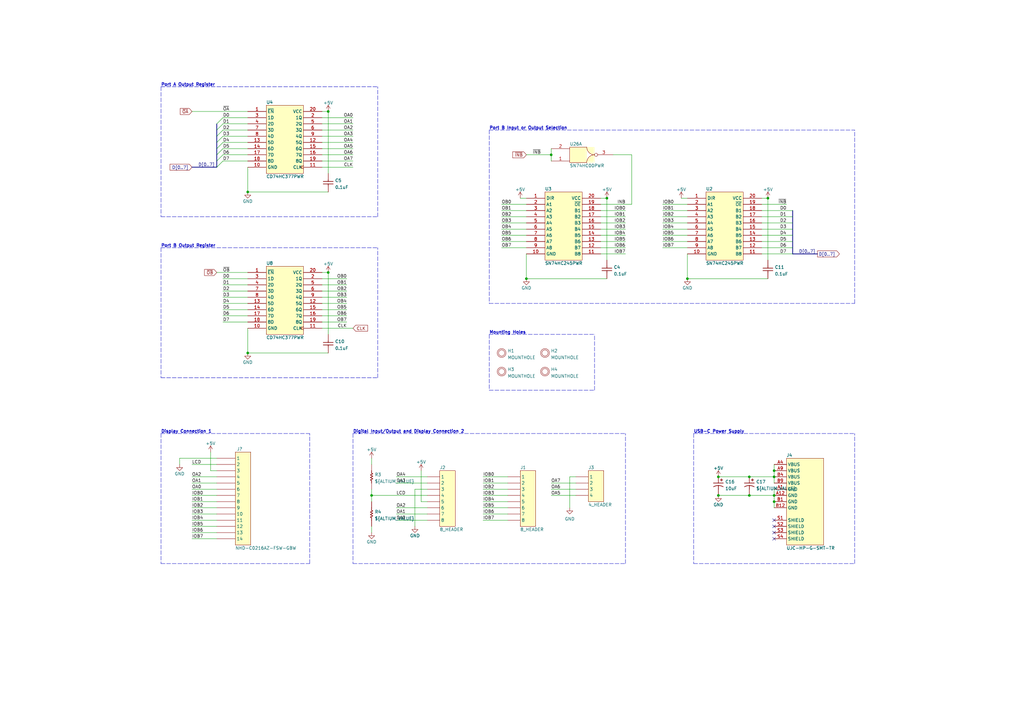
<source format=kicad_sch>
(kicad_sch (version 20211123) (generator eeschema)
  (paper "A3")
  (title_block (title "Input and Output") (date "2022-01-19") (rev "V1.1") (company "Riley Stuermer"))
  (lib_symbols
    (symbol "8BitCPU_Symbols:+5V" (power) (pin_names (offset 0))
      (property "Value" "+5V" (at 0 3.556 0))
      (symbol "+5V_0_1"
        (polyline (pts (xy -0.762 1.27) (xy 0 2.54)))
        (polyline (pts (xy 0 0) (xy 0 2.54)))
        (polyline (pts (xy 0 2.54) (xy 0.762 1.27)))
      )
      (symbol "+5V_1_1"
        (pin power_in line (at 0 0 90) (length 0) hide (name "+5V") (number "1"))
      )
    )
    (symbol "8BitCPU_Symbols:CAP"
      (property "Reference" "C" (at 1.27 3.175 0))
      (property "Value" "CAP" (at 1.27 -3.175 0))
      (symbol "CAP_1_0"
        (polyline (pts (xy 0 0) (xy 0.762 0)) (stroke (width 0.254)))
        (polyline (pts (xy 0.762 -2.032) (xy 0.762 2.032)) (stroke (width 0.254)))
        (polyline (pts (xy 1.778 2.032) (xy 1.778 -2.032)) (stroke (width 0.254)))
        (polyline (pts (xy 2.54 0) (xy 1.778 0)) (stroke (width 0.254)))
        (pin passive line (at 5.08 0 180) (length 2.54) (name "1") (number "1"))
        (pin passive line (at -2.54 0 0) (length 2.54) (name "2") (number "2"))
      )
    )
    (symbol "8BitCPU_Symbols:CAP_POL"
      (property "Reference" "C" (at 0.635 3.81 0))
      (property "Value" "CAP_POL" (at 0.635 -3.81 0))
      (symbol "CAP_POL_1_0"
        (polyline (pts (xy -1.27 0.762) (xy -1.27 1.778)) (stroke (width 0.254)))
        (polyline (pts (xy -0.762 1.27) (xy -1.778 1.27)) (stroke (width 0.254)))
        (polyline (pts (xy 0 -2.032) (xy 0 2.032)) (stroke (width 0.254)))
        (polyline (pts (xy 1.016 0) (xy 2.54 0)) (stroke (width 0.254)))
        (arc (start 1.016 0) (mid 1.1454 -1.0176) (end 1.5255 -1.9703) (stroke (width 0.254)))
        (arc (start 1.5255 1.9703) (mid 1.1454 1.0176) (end 1.016 0) (stroke (width 0.254)))
        (pin passive line (at -2.54 0 0) (length 2.54) (name "1") (number "1"))
        (pin passive line (at 5.08 0 180) (length 2.54) (name "2") (number "2"))
      )
    )
    (symbol "8BitCPU_Symbols:CD74HC377PWR"
      (property "Reference" "U" (at 0 3.81 0))
      (property "Value" "CD74HC377PWR" (at 0 -26.67 0))
      (symbol "CD74HC377PWR_1_0"
        (rectangle (start 15.24 2.54) (end 0 -25.4) (fill (type background)))
        (pin input line (at -7.62 0 0) (length 7.62) (name "~{EN}") (number "1"))
        (pin power_in line (at -7.62 -22.86 0) (length 7.62) (name "GND") (number "10"))
        (pin input clock (at 22.86 -22.86 180) (length 7.62) (name "CLK") (number "11"))
        (pin output line (at 22.86 -12.7 180) (length 7.62) (name "5Q") (number "12"))
        (pin input line (at -7.62 -12.7 0) (length 7.62) (name "5D") (number "13"))
        (pin input line (at -7.62 -15.24 0) (length 7.62) (name "6D") (number "14"))
        (pin output line (at 22.86 -15.24 180) (length 7.62) (name "6Q") (number "15"))
        (pin output line (at 22.86 -17.78 180) (length 7.62) (name "7Q") (number "16"))
        (pin input line (at -7.62 -17.78 0) (length 7.62) (name "7D") (number "17"))
        (pin input line (at -7.62 -20.32 0) (length 7.62) (name "8D") (number "18"))
        (pin output line (at 22.86 -20.32 180) (length 7.62) (name "8Q") (number "19"))
        (pin output line (at 22.86 -2.54 180) (length 7.62) (name "1Q") (number "2"))
        (pin power_in line (at 22.86 0 180) (length 7.62) (name "VCC") (number "20"))
        (pin input line (at -7.62 -2.54 0) (length 7.62) (name "1D") (number "3"))
        (pin input line (at -7.62 -5.08 0) (length 7.62) (name "2D") (number "4"))
        (pin output line (at 22.86 -5.08 180) (length 7.62) (name "2Q") (number "5"))
        (pin output line (at 22.86 -7.62 180) (length 7.62) (name "3Q") (number "6"))
        (pin input line (at -7.62 -7.62 0) (length 7.62) (name "3D") (number "7"))
        (pin input line (at -7.62 -10.16 0) (length 7.62) (name "4D") (number "8"))
        (pin output line (at 22.86 -10.16 180) (length 7.62) (name "4Q") (number "9"))
      )
    )
    (symbol "8BitCPU_Symbols:GND" (power) (pin_names (offset 0))
      (property "Value" "GND" (at 0 -3.81 0))
      (symbol "GND_0_1"
        (polyline (pts (xy 0 0) (xy 0 -1.27) (xy 1.27 -1.27) (xy 0 -2.54) (xy -1.27 -1.27) (xy 0 -1.27)))
      )
      (symbol "GND_1_1"
        (pin power_in line (at 0 0 270) (length 0) hide (name "GND") (number "1"))
      )
    )
    (symbol "8BitCPU_Symbols:HEADER_4"
      (property "Reference" "J" (at 0 3.81 0))
      (property "Value" "HEADER_4" (at 0 -11.43 0))
      (symbol "HEADER_4_1_0"
        (rectangle (start 6.35 2.54) (end 0 -10.16) (fill (type background)))
        (pin passive line (at -5.08 0 0) (length 5.08) (name "1") (number "1"))
        (pin passive line (at -5.08 -2.54 0) (length 5.08) (name "2") (number "2"))
        (pin passive line (at -5.08 -5.08 0) (length 5.08) (name "3") (number "3"))
        (pin passive line (at -5.08 -7.62 0) (length 5.08) (name "4") (number "4"))
      )
    )
    (symbol "8BitCPU_Symbols:HEADER_8"
      (property "Reference" "J" (at 0 3.81 0))
      (property "Value" "HEADER_8" (at 0 -21.59 0))
      (symbol "HEADER_8_1_0"
        (rectangle (start 6.35 2.54) (end 0 -20.32) (fill (type background)))
        (pin passive line (at -5.08 0 0) (length 5.08) (name "1") (number "1"))
        (pin passive line (at -5.08 -2.54 0) (length 5.08) (name "2") (number "2"))
        (pin passive line (at -5.08 -5.08 0) (length 5.08) (name "3") (number "3"))
        (pin passive line (at -5.08 -7.62 0) (length 5.08) (name "4") (number "4"))
        (pin passive line (at -5.08 -10.16 0) (length 5.08) (name "5") (number "5"))
        (pin passive line (at -5.08 -12.7 0) (length 5.08) (name "6") (number "6"))
        (pin passive line (at -5.08 -15.24 0) (length 5.08) (name "7") (number "7"))
        (pin passive line (at -5.08 -17.78 0) (length 5.08) (name "8") (number "8"))
      )
    )
    (symbol "8BitCPU_Symbols:MOUNTHOLE" (pin_numbers hide) (pin_names (offset 0) hide) (in_bom no)
      (property "Reference" "H" (at 0 3.175 0))
      (property "Value" "MOUNTHOLE" (at 0 -3.175 0))
      (symbol "MOUNTHOLE_0_1"
        (circle (center 0 0) (radius 1.27))
        (circle (center 0 0) (radius 1.7961))
      )
      (symbol "MOUNTHOLE_1_1"
        (pin no_connect line (at -2.54 0 0) (length 2.54) hide (name "1") (number "1"))
      )
    )
    (symbol "8BitCPU_Symbols:NHD-C0216AZ-FSW-GBW" (pin_numbers hide)
      (property "Reference" "J" (at 0.635 3.81 0))
      (property "Value" "NHD-C0216AZ-FSW-GBW" (at 0 -36.83 0))
      (symbol "NHD-C0216AZ-FSW-GBW_1_0"
        (rectangle (start 0 2.54) (end 6.35 -35.56) (fill (type background)))
        (pin passive line (at -7.62 0 0) (length 7.62) (name "1") (number "1"))
        (pin bidirectional line (at -7.62 -22.86 0) (length 7.62) (name "10") (number "10"))
        (pin bidirectional line (at -7.62 -25.4 0) (length 7.62) (name "11") (number "11"))
        (pin bidirectional line (at -7.62 -27.94 0) (length 7.62) (name "12") (number "12"))
        (pin bidirectional line (at -7.62 -30.48 0) (length 7.62) (name "13") (number "13"))
        (pin bidirectional line (at -7.62 -33.02 0) (length 7.62) (name "14") (number "14"))
        (pin passive line (at -7.62 -2.54 0) (length 7.62) (name "2") (number "2"))
        (pin passive line (at -7.62 -5.08 0) (length 7.62) (name "3") (number "3"))
        (pin input line (at -7.62 -7.62 0) (length 7.62) (name "4") (number "4"))
        (pin input line (at -7.62 -10.16 0) (length 7.62) (name "5") (number "5"))
        (pin input line (at -7.62 -12.7 0) (length 7.62) (name "6") (number "6"))
        (pin bidirectional line (at -7.62 -15.24 0) (length 7.62) (name "7") (number "7"))
        (pin bidirectional line (at -7.62 -17.78 0) (length 7.62) (name "8") (number "8"))
        (pin bidirectional line (at -7.62 -20.32 0) (length 7.62) (name "9") (number "9"))
      )
    )
    (symbol "8BitCPU_Symbols:RES"
      (property "Reference" "R" (at 2.54 1.905 0))
      (property "Value" "RES" (at 2.54 -1.905 0))
      (symbol "RES_1_0"
        (polyline (pts (xy 5.08 0) (xy 4.064 0) (xy 3.81 -0.508) (xy 3.302 0.508) (xy 2.794 -0.508) (xy 2.286 0.508) (xy 1.778 -0.508) (xy 1.27 0.508) (xy 1.016 0) (xy 0 0)) (stroke (width 0.254)))
        (pin passive line (at -2.54 0 0) (length 2.54) (name "1") (number "1"))
        (pin passive line (at 7.62 0 180) (length 2.54) (name "2") (number "2"))
      )
    )
    (symbol "8BitCPU_Symbols:SN74HC00PWR"
      (property "Reference" "U" (at 0 1.905 0))
      (property "Value" "SN74HC00PWR" (at 0 -6.985 0))
      (symbol "SN74HC00PWR_1_0"
        (pin input line (at -7.62 -5.08 0) (length 7.62) (name "1A") (number "1"))
        (pin input line (at -7.62 0 0) (length 7.62) (name "1B") (number "2"))
        (pin output inverted (at 17.78 -2.54 180) (length 7.62) (name "1Y") (number "3"))
      )
      (symbol "SN74HC00PWR_1_1"
        (polyline (pts (xy 6.985 -5.715) (xy 0 -5.715) (xy 0 0.635) (xy 6.985 0.635)) (fill (type background)))
        (arc (start 6.985 0.635) (mid 4.7399 -4.7851) (end 10.16 -2.54) (fill (type background)))
        (arc (start 10.16 -2.54) (mid 4.7399 -0.2949) (end 6.985 -5.715) (fill (type background)))
      )
      (symbol "SN74HC00PWR_2_0"
        (pin input line (at -7.62 -5.08 0) (length 7.62) (name "2A") (number "4"))
        (pin input line (at -7.62 0 0) (length 7.62) (name "2B") (number "5"))
        (pin output inverted (at 17.78 -2.54 180) (length 7.62) (name "2Y") (number "6"))
      )
      (symbol "SN74HC00PWR_2_1"
        (polyline (pts (xy 6.985 -5.715) (xy 0 -5.715) (xy 0 0.635) (xy 6.985 0.635)) (fill (type background)))
        (arc (start 6.985 0.635) (mid 4.7399 -4.7851) (end 10.16 -2.54) (fill (type background)))
        (arc (start 10.16 -2.54) (mid 4.7399 -0.2949) (end 6.985 -5.715) (fill (type background)))
      )
      (symbol "SN74HC00PWR_3_0"
        (pin input line (at -7.62 0 0) (length 7.62) (name "3B") (number "10"))
        (pin output inverted (at 17.78 -2.54 180) (length 7.62) (name "3Y") (number "8"))
        (pin input line (at -7.62 -5.08 0) (length 7.62) (name "3A") (number "9"))
      )
      (symbol "SN74HC00PWR_3_1"
        (polyline (pts (xy 6.985 -5.715) (xy 0 -5.715) (xy 0 0.635) (xy 6.985 0.635)) (fill (type background)))
        (arc (start 6.985 0.635) (mid 4.7399 -4.7851) (end 10.16 -2.54) (fill (type background)))
        (arc (start 10.16 -2.54) (mid 4.7399 -0.2949) (end 6.985 -5.715) (fill (type background)))
      )
      (symbol "SN74HC00PWR_4_0"
        (pin output inverted (at 17.78 -2.54 180) (length 7.62) (name "4Y") (number "11"))
        (pin input line (at -7.62 -5.08 0) (length 7.62) (name "4A") (number "12"))
        (pin input line (at -7.62 0 0) (length 7.62) (name "4B") (number "13"))
      )
      (symbol "SN74HC00PWR_4_1"
        (polyline (pts (xy 6.985 -5.715) (xy 0 -5.715) (xy 0 0.635) (xy 6.985 0.635)) (fill (type background)))
        (arc (start 6.985 0.635) (mid 4.7399 -4.7851) (end 10.16 -2.54) (fill (type background)))
        (arc (start 10.16 -2.54) (mid 4.7399 -0.2949) (end 6.985 -5.715) (fill (type background)))
      )
      (symbol "SN74HC00PWR_5_0"
        (rectangle (start 0 0.635) (end 12.7 -5.715) (fill (type background)))
        (pin power_in line (at -7.62 -2.54 0) (length 7.62) (name "VCC") (number "14"))
        (pin power_in line (at 20.32 -2.54 180) (length 7.62) (name "GND") (number "7"))
      )
    )
    (symbol "8BitCPU_Symbols:SN74HC245PWR"
      (property "Reference" "U" (at 0 3.81 0))
      (property "Value" "SN74HC245PWR" (at 0 -26.67 0))
      (symbol "SN74HC245PWR_1_0"
        (rectangle (start 15.24 2.54) (end 0 -25.4) (fill (type background)))
        (pin input line (at -7.62 0 0) (length 7.62) (name "DIR") (number "1"))
        (pin power_in line (at -7.62 -22.86 0) (length 7.62) (name "GND") (number "10"))
        (pin bidirectional line (at 22.86 -22.86 180) (length 7.62) (name "B8") (number "11"))
        (pin bidirectional line (at 22.86 -20.32 180) (length 7.62) (name "B7") (number "12"))
        (pin bidirectional line (at 22.86 -17.78 180) (length 7.62) (name "B6") (number "13"))
        (pin bidirectional line (at 22.86 -15.24 180) (length 7.62) (name "B5") (number "14"))
        (pin bidirectional line (at 22.86 -12.7 180) (length 7.62) (name "B4") (number "15"))
        (pin bidirectional line (at 22.86 -10.16 180) (length 7.62) (name "B3") (number "16"))
        (pin bidirectional line (at 22.86 -7.62 180) (length 7.62) (name "B2") (number "17"))
        (pin bidirectional line (at 22.86 -5.08 180) (length 7.62) (name "B1") (number "18"))
        (pin input line (at 22.86 -2.54 180) (length 7.62) (name "~{OE}") (number "19"))
        (pin bidirectional line (at -7.62 -2.54 0) (length 7.62) (name "A1") (number "2"))
        (pin power_in line (at 22.86 0 180) (length 7.62) (name "VCC") (number "20"))
        (pin bidirectional line (at -7.62 -5.08 0) (length 7.62) (name "A2") (number "3"))
        (pin bidirectional line (at -7.62 -7.62 0) (length 7.62) (name "A3") (number "4"))
        (pin bidirectional line (at -7.62 -10.16 0) (length 7.62) (name "A4") (number "5"))
        (pin bidirectional line (at -7.62 -12.7 0) (length 7.62) (name "A5") (number "6"))
        (pin bidirectional line (at -7.62 -15.24 0) (length 7.62) (name "A6") (number "7"))
        (pin bidirectional line (at -7.62 -17.78 0) (length 7.62) (name "A7") (number "8"))
        (pin bidirectional line (at -7.62 -20.32 0) (length 7.62) (name "A8") (number "9"))
      )
    )
    (symbol "8BitCPU_Symbols:UJC-HP-G-SMT-TR"
      (property "Reference" "J" (at 0 3.81 0))
      (property "Value" "UJC-HP-G-SMT-TR" (at 0 -34.29 0))
      (symbol "UJC-HP-G-SMT-TR_1_0"
        (rectangle (start 15.24 2.54) (end 0 -33.02) (fill (type background)))
        (pin power_out line (at -5.08 -10.16 0) (length 5.08) (name "GND") (number "A1"))
        (pin power_out line (at -5.08 -12.7 0) (length 5.08) (name "GND") (number "A12"))
        (pin power_out line (at -5.08 0 0) (length 5.08) (name "VBUS") (number "A4"))
        (pin power_out line (at -5.08 -2.54 0) (length 5.08) (name "VBUS") (number "A9"))
        (pin power_out line (at -5.08 -15.24 0) (length 5.08) (name "GND") (number "B1"))
        (pin power_out line (at -5.08 -17.78 0) (length 5.08) (name "GND") (number "B12"))
        (pin power_out line (at -5.08 -5.08 0) (length 5.08) (name "VBUS") (number "B4"))
        (pin power_out line (at -5.08 -7.62 0) (length 5.08) (name "VBUS") (number "B9"))
        (pin passive line (at -5.08 -22.86 0) (length 5.08) (name "SHIELD") (number "S1"))
        (pin passive line (at -5.08 -25.4 0) (length 5.08) (name "SHIELD") (number "S2"))
        (pin passive line (at -5.08 -27.94 0) (length 5.08) (name "SHIELD") (number "S3"))
        (pin passive line (at -5.08 -30.48 0) (length 5.08) (name "SHIELD") (number "S4"))
      )
    )
  )
  (junction (at 294.64 195.58))
  (junction (at 307.34 203.2))
  (junction (at 317.5 205.74))
  (junction (at 307.34 195.58))
  (junction (at 317.5 193.04))
  (junction (at 317.5 203.2))
  (junction (at 134.62 111.76))
  (junction (at 226.06 63.5))
  (junction (at 101.6 78.74))
  (junction (at 314.96 81.28))
  (junction (at 215.9 114.3))
  (junction (at 281.94 114.3))
  (junction (at 317.5 195.58))
  (junction (at 134.62 45.72))
  (junction (at 294.64 203.2))
  (junction (at 152.4 203.2))
  (junction (at 101.6 144.78))
  (junction (at 248.92 81.28))
  (no_connect (at 317.5 218.44))
  (no_connect (at 317.5 213.36))
  (no_connect (at 317.5 220.98))
  (no_connect (at 317.5 215.9))
  (bus_entry (at 88.9 55.88) (size 2.54 -2.54))
  (bus_entry (at 88.9 66.04) (size 2.54 -2.54))
  (bus_entry (at 88.9 63.5) (size 2.54 -2.54))
  (bus_entry (at 88.9 68.58) (size 2.54 -2.54))
  (bus_entry (at 88.9 60.96) (size 2.54 -2.54))
  (bus_entry (at 88.9 58.42) (size 2.54 -2.54))
  (bus_entry (at 88.9 53.34) (size 2.54 -2.54))
  (bus_entry (at 88.9 50.8) (size 2.54 -2.54))
  (wire (pts (xy 205.74 86.36) (xy 215.9 86.36)))
  (wire (pts (xy 88.9 190.5) (xy 78.74 190.5)))
  (wire (pts (xy 101.6 48.26) (xy 91.44 48.26)))
  (polyline (pts (xy 66.04 177.8) (xy 66.04 231.14)))
  (polyline (pts (xy 66.04 231.14) (xy 127 231.14)))
  (wire (pts (xy 312.42 96.52) (xy 325.12 96.52)))
  (wire (pts (xy 78.74 203.2) (xy 88.9 203.2)))
  (wire (pts (xy 307.34 203.2) (xy 317.5 203.2)))
  (wire (pts (xy 78.74 210.82) (xy 88.9 210.82)))
  (wire (pts (xy 226.06 198.12) (xy 236.22 198.12)))
  (wire (pts (xy 236.22 200.66) (xy 226.06 200.66)))
  (wire (pts (xy 271.78 91.44) (xy 281.94 91.44)))
  (polyline (pts (xy 66.04 35.56) (xy 154.94 35.56)))
  (wire (pts (xy 248.92 81.28) (xy 246.38 81.28)))
  (wire (pts (xy 78.74 205.74) (xy 88.9 205.74)))
  (polyline (pts (xy 127 231.14) (xy 127 177.8)))
  (wire (pts (xy 325.12 104.14) (xy 312.42 104.14)))
  (wire (pts (xy 271.78 86.36) (xy 281.94 86.36)))
  (wire (pts (xy 132.08 63.5) (xy 144.78 63.5)))
  (wire (pts (xy 251.46 63.5) (xy 259.08 63.5)))
  (wire (pts (xy 312.42 88.9) (xy 325.12 88.9)))
  (wire (pts (xy 162.56 213.36) (xy 175.26 213.36)))
  (wire (pts (xy 101.6 78.74) (xy 134.62 78.74)))
  (wire (pts (xy 314.96 81.28) (xy 312.42 81.28)))
  (wire (pts (xy 132.08 68.58) (xy 144.78 68.58)))
  (wire (pts (xy 170.18 200.66) (xy 170.18 215.9)))
  (wire (pts (xy 172.72 205.74) (xy 175.26 205.74)))
  (wire (pts (xy 205.74 96.52) (xy 215.9 96.52)))
  (polyline (pts (xy 66.04 154.94) (xy 154.94 154.94)))
  (wire (pts (xy 226.06 63.5) (xy 215.9 63.5)))
  (wire (pts (xy 198.12 208.28) (xy 208.28 208.28)))
  (wire (pts (xy 233.68 208.28) (xy 233.68 195.58)))
  (wire (pts (xy 317.5 198.12) (xy 317.5 195.58)))
  (bus (pts (xy 88.9 53.34) (xy 88.9 55.88)))
  (wire (pts (xy 132.08 58.42) (xy 144.78 58.42)))
  (wire (pts (xy 226.06 63.5) (xy 226.06 66.04)))
  (wire (pts (xy 314.96 114.3) (xy 281.94 114.3)))
  (wire (pts (xy 246.38 91.44) (xy 256.54 91.44)))
  (polyline (pts (xy 66.04 88.9) (xy 154.94 88.9)))
  (wire (pts (xy 91.44 63.5) (xy 101.6 63.5)))
  (wire (pts (xy 271.78 93.98) (xy 281.94 93.98)))
  (wire (pts (xy 78.74 200.66) (xy 88.9 200.66)))
  (wire (pts (xy 259.08 83.82) (xy 246.38 83.82)))
  (wire (pts (xy 259.08 63.5) (xy 259.08 83.82)))
  (polyline (pts (xy 350.52 231.14) (xy 350.52 177.8)))
  (wire (pts (xy 162.56 210.82) (xy 175.26 210.82)))
  (wire (pts (xy 152.4 203.2) (xy 152.4 200.66)))
  (wire (pts (xy 205.74 93.98) (xy 215.9 93.98)))
  (wire (pts (xy 132.08 50.8) (xy 144.78 50.8)))
  (wire (pts (xy 132.08 121.92) (xy 142.24 121.92)))
  (polyline (pts (xy 200.66 137.16) (xy 200.66 160.02)))
  (wire (pts (xy 73.66 187.96) (xy 88.9 187.96)))
  (wire (pts (xy 152.4 187.96) (xy 152.4 190.5)))
  (wire (pts (xy 132.08 53.34) (xy 144.78 53.34)))
  (bus (pts (xy 88.9 60.96) (xy 88.9 63.5)))
  (polyline (pts (xy 144.78 177.8) (xy 256.54 177.8)))
  (wire (pts (xy 91.44 55.88) (xy 101.6 55.88)))
  (polyline (pts (xy 144.78 177.8) (xy 144.78 231.14)))
  (polyline (pts (xy 66.04 101.6) (xy 66.04 154.94)))
  (wire (pts (xy 78.74 208.28) (xy 88.9 208.28)))
  (wire (pts (xy 78.74 218.44) (xy 88.9 218.44)))
  (wire (pts (xy 246.38 86.36) (xy 256.54 86.36)))
  (wire (pts (xy 134.62 111.76) (xy 132.08 111.76)))
  (wire (pts (xy 205.74 91.44) (xy 215.9 91.44)))
  (wire (pts (xy 78.74 198.12) (xy 88.9 198.12)))
  (wire (pts (xy 132.08 119.38) (xy 142.24 119.38)))
  (wire (pts (xy 205.74 101.6) (xy 215.9 101.6)))
  (wire (pts (xy 152.4 205.74) (xy 152.4 203.2)))
  (wire (pts (xy 198.12 195.58) (xy 208.28 195.58)))
  (wire (pts (xy 172.72 193.04) (xy 172.72 205.74)))
  (wire (pts (xy 281.94 83.82) (xy 271.78 83.82)))
  (wire (pts (xy 78.74 213.36) (xy 88.9 213.36)))
  (wire (pts (xy 101.6 144.78) (xy 134.62 144.78)))
  (wire (pts (xy 162.56 195.58) (xy 175.26 195.58)))
  (wire (pts (xy 132.08 132.08) (xy 142.24 132.08)))
  (bus (pts (xy 88.9 50.8) (xy 88.9 53.34)))
  (wire (pts (xy 78.74 220.98) (xy 88.9 220.98)))
  (wire (pts (xy 162.56 198.12) (xy 175.26 198.12)))
  (wire (pts (xy 233.68 195.58) (xy 236.22 195.58)))
  (wire (pts (xy 101.6 68.58) (xy 101.6 78.74)))
  (wire (pts (xy 91.44 50.8) (xy 101.6 50.8)))
  (wire (pts (xy 91.44 114.3) (xy 101.6 114.3)))
  (wire (pts (xy 132.08 116.84) (xy 142.24 116.84)))
  (polyline (pts (xy 144.78 231.14) (xy 256.54 231.14)))
  (wire (pts (xy 246.38 101.6) (xy 256.54 101.6)))
  (polyline (pts (xy 350.52 124.46) (xy 350.52 53.34)))
  (wire (pts (xy 317.5 195.58) (xy 317.5 193.04)))
  (wire (pts (xy 271.78 99.06) (xy 281.94 99.06)))
  (bus (pts (xy 88.9 66.04) (xy 88.9 68.58)))
  (bus (pts (xy 325.12 86.36) (xy 325.12 104.14)))
  (wire (pts (xy 78.74 195.58) (xy 88.9 195.58)))
  (wire (pts (xy 314.96 106.68) (xy 314.96 81.28)))
  (wire (pts (xy 132.08 129.54) (xy 142.24 129.54)))
  (polyline (pts (xy 284.48 177.8) (xy 284.48 231.14)))
  (wire (pts (xy 246.38 104.14) (xy 256.54 104.14)))
  (wire (pts (xy 91.44 127) (xy 101.6 127)))
  (wire (pts (xy 226.06 60.96) (xy 226.06 63.5)))
  (wire (pts (xy 134.62 137.16) (xy 134.62 111.76)))
  (wire (pts (xy 132.08 66.04) (xy 144.78 66.04)))
  (wire (pts (xy 317.5 200.66) (xy 317.5 203.2)))
  (wire (pts (xy 213.36 81.28) (xy 215.9 81.28)))
  (wire (pts (xy 198.12 203.2) (xy 208.28 203.2)))
  (wire (pts (xy 134.62 71.12) (xy 134.62 45.72)))
  (wire (pts (xy 271.78 88.9) (xy 281.94 88.9)))
  (wire (pts (xy 91.44 53.34) (xy 101.6 53.34)))
  (wire (pts (xy 91.44 124.46) (xy 101.6 124.46)))
  (wire (pts (xy 91.44 119.38) (xy 101.6 119.38)))
  (wire (pts (xy 175.26 200.66) (xy 170.18 200.66)))
  (wire (pts (xy 294.64 203.2) (xy 307.34 203.2)))
  (wire (pts (xy 132.08 134.62) (xy 144.78 134.62)))
  (polyline (pts (xy 200.66 124.46) (xy 350.52 124.46)))
  (wire (pts (xy 198.12 210.82) (xy 208.28 210.82)))
  (wire (pts (xy 198.12 205.74) (xy 208.28 205.74)))
  (wire (pts (xy 132.08 60.96) (xy 144.78 60.96)))
  (wire (pts (xy 198.12 198.12) (xy 208.28 198.12)))
  (polyline (pts (xy 200.66 160.02) (xy 243.84 160.02)))
  (bus (pts (xy 88.9 63.5) (xy 88.9 66.04)))
  (wire (pts (xy 132.08 114.3) (xy 142.24 114.3)))
  (wire (pts (xy 132.08 124.46) (xy 142.24 124.46)))
  (wire (pts (xy 86.36 193.04) (xy 86.36 185.42)))
  (wire (pts (xy 312.42 93.98) (xy 325.12 93.98)))
  (polyline (pts (xy 243.84 160.02) (xy 243.84 137.16)))
  (wire (pts (xy 312.42 91.44) (xy 325.12 91.44)))
  (wire (pts (xy 132.08 48.26) (xy 144.78 48.26)))
  (wire (pts (xy 312.42 101.6) (xy 325.12 101.6)))
  (wire (pts (xy 281.94 114.3) (xy 281.94 104.14)))
  (wire (pts (xy 205.74 99.06) (xy 215.9 99.06)))
  (wire (pts (xy 312.42 86.36) (xy 325.12 86.36)))
  (wire (pts (xy 134.62 45.72) (xy 132.08 45.72)))
  (polyline (pts (xy 154.94 88.9) (xy 154.94 35.56)))
  (polyline (pts (xy 200.66 137.16) (xy 243.84 137.16)))
  (wire (pts (xy 101.6 111.76) (xy 88.9 111.76)))
  (polyline (pts (xy 284.48 231.14) (xy 350.52 231.14)))
  (wire (pts (xy 246.38 99.06) (xy 256.54 99.06)))
  (wire (pts (xy 317.5 190.5) (xy 317.5 193.04)))
  (polyline (pts (xy 256.54 231.14) (xy 256.54 177.8)))
  (wire (pts (xy 271.78 101.6) (xy 281.94 101.6)))
  (wire (pts (xy 91.44 66.04) (xy 101.6 66.04)))
  (wire (pts (xy 246.38 96.52) (xy 256.54 96.52)))
  (wire (pts (xy 132.08 55.88) (xy 144.78 55.88)))
  (wire (pts (xy 152.4 218.44) (xy 152.4 215.9)))
  (wire (pts (xy 294.64 195.58) (xy 307.34 195.58)))
  (polyline (pts (xy 154.94 154.94) (xy 154.94 101.6)))
  (wire (pts (xy 101.6 134.62) (xy 101.6 144.78)))
  (polyline (pts (xy 66.04 101.6) (xy 154.94 101.6)))
  (bus (pts (xy 88.9 68.58) (xy 78.74 68.58)))
  (polyline (pts (xy 284.48 177.8) (xy 350.52 177.8)))
  (wire (pts (xy 78.74 215.9) (xy 88.9 215.9)))
  (wire (pts (xy 91.44 116.84) (xy 101.6 116.84)))
  (wire (pts (xy 215.9 114.3) (xy 248.92 114.3)))
  (wire (pts (xy 91.44 58.42) (xy 101.6 58.42)))
  (wire (pts (xy 317.5 205.74) (xy 317.5 208.28)))
  (wire (pts (xy 152.4 203.2) (xy 175.26 203.2)))
  (wire (pts (xy 248.92 106.68) (xy 248.92 81.28)))
  (bus (pts (xy 88.9 55.88) (xy 88.9 58.42)))
  (wire (pts (xy 205.74 83.82) (xy 215.9 83.82)))
  (wire (pts (xy 91.44 60.96) (xy 101.6 60.96)))
  (polyline (pts (xy 66.04 177.8) (xy 127 177.8)))
  (wire (pts (xy 91.44 121.92) (xy 101.6 121.92)))
  (wire (pts (xy 312.42 99.06) (xy 325.12 99.06)))
  (bus (pts (xy 325.12 104.14) (xy 335.28 104.14)))
  (wire (pts (xy 88.9 193.04) (xy 86.36 193.04)))
  (wire (pts (xy 198.12 200.66) (xy 208.28 200.66)))
  (wire (pts (xy 205.74 88.9) (xy 215.9 88.9)))
  (wire (pts (xy 215.9 104.14) (xy 215.9 114.3)))
  (wire (pts (xy 312.42 83.82) (xy 322.58 83.82)))
  (wire (pts (xy 91.44 132.08) (xy 101.6 132.08)))
  (wire (pts (xy 198.12 213.36) (xy 208.28 213.36)))
  (wire (pts (xy 73.66 190.5) (xy 73.66 187.96)))
  (polyline (pts (xy 66.04 35.56) (xy 66.04 88.9)))
  (wire (pts (xy 162.56 208.28) (xy 175.26 208.28)))
  (wire (pts (xy 307.34 195.58) (xy 317.5 195.58)))
  (wire (pts (xy 132.08 127) (xy 142.24 127)))
  (wire (pts (xy 279.4 81.28) (xy 281.94 81.28)))
  (wire (pts (xy 91.44 129.54) (xy 101.6 129.54)))
  (bus (pts (xy 88.9 58.42) (xy 88.9 60.96)))
  (wire (pts (xy 246.38 93.98) (xy 256.54 93.98)))
  (wire (pts (xy 317.5 203.2) (xy 317.5 205.74)))
  (wire (pts (xy 236.22 203.2) (xy 226.06 203.2)))
  (wire (pts (xy 271.78 96.52) (xy 281.94 96.52)))
  (wire (pts (xy 101.6 45.72) (xy 78.74 45.72)))
  (polyline (pts (xy 200.66 53.34) (xy 200.66 124.46)))
  (polyline (pts (xy 200.66 53.34) (xy 350.52 53.34)))
  (wire (pts (xy 246.38 88.9) (xy 256.54 88.9)))
  (text "Digital Input/Output and Display Connection 2" (at 144.78 177.8 0) (effects (font (size 1.27 1.27) bold) (justify left bottom)))
  (text "Port B Output Register" (at 66.04 101.6 0) (effects (font (size 1.27 1.27) bold) (justify left bottom)))
  (text "Port B Input or Output Selection" (at 200.66 53.34 0) (effects (font (size 1.27 1.27) bold) (justify left bottom)))
  (text "Mounting Holes" (at 200.66 137.16 0) (effects (font (size 1.27 1.27) bold) (justify left bottom)))
  (text "Port A Output Register" (at 66.04 35.56 0) (effects (font (size 1.27 1.27) bold) (justify left bottom)))
  (text "Display Connection 1" (at 66.04 177.8 0) (effects (font (size 1.27 1.27) bold) (justify left bottom)))
  (text "USB-C Power Supply" (at 284.48 177.8 0) (effects (font (size 1.27 1.27) bold) (justify left bottom)))
  (label "D1" (at 91.44 116.84 0))
  (label "~{INB}" (at 218.44 63.5 0))
  (label "LCD" (at 78.74 190.5 0))
  (label "D2" (at 91.44 53.34 0))
  (label "IOB5" (at 256.54 99.06 180))
  (label "OB3" (at 142.24 121.92 180))
  (label "D3" (at 91.44 55.88 0))
  (label "D1" (at 91.44 50.8 0))
  (label "OA7" (at 226.06 198.12 0))
  (label "OA1" (at 78.74 198.12 0))
  (label "OA4" (at 144.78 58.42 180))
  (label "D6" (at 91.44 63.5 0))
  (label "IOB0" (at 256.54 86.36 180))
  (label "OB6" (at 205.74 99.06 0))
  (label "D5" (at 91.44 60.96 0))
  (label "IOB6" (at 78.74 218.44 0))
  (label "OB4" (at 142.24 124.46 180))
  (label "OA2" (at 78.74 195.58 0))
  (label "IOB1" (at 78.74 205.74 0))
  (label "OA0" (at 78.74 200.66 0))
  (label "OA4" (at 162.56 195.58 0))
  (label "IOB7" (at 256.54 104.14 180))
  (label "D1" (at 322.58 88.9 180))
  (label "IOB4" (at 198.12 205.74 0))
  (label "IOB1" (at 198.12 198.12 0))
  (label "D6" (at 322.58 101.6 180))
  (label "~{INB}" (at 322.58 83.82 180))
  (label "OB2" (at 142.24 119.38 180))
  (label "OB5" (at 142.24 127 180))
  (label "IOB2" (at 78.74 208.28 0))
  (label "IOB6" (at 271.78 99.06 0))
  (label "IOB5" (at 271.78 96.52 0))
  (label "OA6" (at 226.06 200.66 0))
  (label "OB7" (at 205.74 101.6 0))
  (label "D7" (at 91.44 66.04 0))
  (label "OA1" (at 144.78 50.8 180))
  (label "OA3" (at 144.78 55.88 180))
  (label "D3" (at 91.44 121.92 0))
  (label "OB0" (at 205.74 83.82 0))
  (label "OA0" (at 162.56 213.36 0))
  (label "OA2" (at 162.56 208.28 0))
  (label "D0" (at 91.44 114.3 0))
  (label "OA7" (at 144.78 66.04 180))
  (label "IOB2" (at 271.78 88.9 0))
  (label "D4" (at 91.44 124.46 0))
  (label "D7" (at 322.58 104.14 180))
  (label "D4" (at 322.58 96.52 180))
  (label "IOB7" (at 271.78 101.6 0))
  (label "IOB5" (at 198.12 208.28 0))
  (label "IOB3" (at 256.54 93.98 180))
  (label "IOB3" (at 271.78 91.44 0))
  (label "CLK" (at 144.78 68.58 180))
  (label "D3" (at 322.58 93.98 180))
  (label "OB3" (at 205.74 91.44 0))
  (label "D6" (at 91.44 129.54 0))
  (label "D2" (at 91.44 119.38 0))
  (label "IOB6" (at 256.54 101.6 180))
  (label "OB7" (at 142.24 132.08 180))
  (label "LCD" (at 162.56 203.2 0))
  (label "OB0" (at 142.24 114.3 180))
  (label "OB6" (at 142.24 129.54 180))
  (label "OA0" (at 144.78 48.26 180))
  (label "IOB5" (at 78.74 215.9 0))
  (label "OA5" (at 226.06 203.2 0))
  (label "IOB7" (at 198.12 213.36 0))
  (label "OA2" (at 144.78 53.34 180))
  (label "IOB2" (at 256.54 91.44 180))
  (label "INB" (at 256.54 83.82 180))
  (label "OB1" (at 142.24 116.84 180))
  (label "IOB6" (at 198.12 210.82 0))
  (label "IOB4" (at 271.78 93.98 0))
  (label "IOB1" (at 256.54 88.9 180))
  (label "IOB4" (at 256.54 96.52 180))
  (label "D2" (at 322.58 91.44 180))
  (label "D0" (at 91.44 48.26 0))
  (label "CLK" (at 142.24 134.62 180))
  (label "OB2" (at 205.74 88.9 0))
  (label "D5" (at 91.44 127 0))
  (label "IOB3" (at 78.74 210.82 0))
  (label "D4" (at 91.44 58.42 0))
  (label "OB5" (at 205.74 96.52 0))
  (label "D[0..7]" (at 81.28 68.58 0))
  (label "IOB4" (at 78.74 213.36 0))
  (label "IOB1" (at 271.78 86.36 0))
  (label "OB1" (at 205.74 86.36 0))
  (label "IOB0" (at 198.12 195.58 0))
  (label "IOB3" (at 198.12 203.2 0))
  (label "OA5" (at 144.78 60.96 180))
  (label "IOB7" (at 78.74 220.98 0))
  (label "IOB0" (at 271.78 83.82 0))
  (label "D7" (at 91.44 132.08 0))
  (label "OA3" (at 162.56 198.12 0))
  (label "OB4" (at 205.74 93.98 0))
  (label "D5" (at 322.58 99.06 180))
  (label "~{OB}" (at 91.44 111.76 0))
  (label "D0" (at 322.58 86.36 180))
  (label "~{OA}" (at 91.44 45.72 0))
  (label "IOB0" (at 78.74 203.2 0))
  (label "IOB2" (at 198.12 200.66 0))
  (label "D[0..7]" (at 327.66 104.14 0))
  (label "OA6" (at 144.78 63.5 180))
  (label "OA1" (at 162.56 210.82 0))
  (global_label "D[0..7]" (shape output) (at 335.28 104.14 0) (property "Intersheet References" "${INTERSHEET_REFS}" (effects hide)))
  (global_label "~{OB}" (shape input) (at 88.9 111.76 180) (property "Intersheet References" "${INTERSHEET_REFS}" (effects hide)))
  (global_label "D[0..7]" (shape input) (at 78.74 68.58 180) (property "Intersheet References" "${INTERSHEET_REFS}" (effects hide)))
  (global_label "~{OA}" (shape input) (at 78.74 45.72 180) (property "Intersheet References" "${INTERSHEET_REFS}" (effects hide)))
  (global_label "CLK" (shape input) (at 144.78 134.62 0) (property "Intersheet References" "${INTERSHEET_REFS}" (effects hide)))
  (global_label "~{INB}" (shape input) (at 215.9 63.5 180) (property "Intersheet References" "${INTERSHEET_REFS}" (effects hide)))
  (symbol (lib_id "8BitCPU_Symbols:GND") (at 294.64 203.2 0) (unit 1)
    (property "Reference" "#PWR?" (effects hide))
    (property "Value" "GND" (at 294.64 207.01 0))
  )
  (symbol (lib_id "8BitCPU_Symbols:MOUNTHOLE") (at 223.52 144.78 0) (unit 1) (in_bom no)
    (property "Reference" "H2" (at 225.9511 143.8715 0) (effects (justify left)))
    (property "Value" "MOUNTHOLE" (at 225.9511 146.6466 0) (effects (justify left)))
    (property "Footprint" "8BitCPU_Footprints:MOUNTHOLE_6mm" (effects hide))
  )
  (symbol (lib_id "8BitCPU_Symbols:+5V") (at 172.72 193.04 0) (unit 1)
    (property "Reference" "#PWR?" (effects hide))
    (property "Value" "+5" (at 172.72 189.484 0))
  )
  (symbol (lib_id "8BitCPU_Symbols:GND") (at 233.68 208.28 0) (unit 1)
    (property "Reference" "#PWR?" (effects hide))
    (property "Value" "GND" (at 233.68 212.8425 0))
  )
  (symbol (lib_id "8BitCPU_Symbols:+5V") (at 152.4 187.96 0) (unit 1)
    (property "Reference" "#PWR?" (effects hide))
    (property "Value" "+5" (at 152.4 184.404 0))
  )
  (symbol (lib_id "8BitCPU_Symbols:CD74HC377PWR") (at 109.22 111.76 0) (unit 1)
    (property "Reference" "U8" (at 109.22 107.95 0) (effects (justify left)))
    (property "Value" "CD74HC377PWR" (at 109.22 138.43 0) (effects (justify left)))
    (property "Footprint" "TI-PW-TSSOP65P640X120-20N" (effects hide))
  )
  (symbol (lib_id "8BitCPU_Symbols:MOUNTHOLE") (at 205.74 144.78 0) (unit 1) (in_bom no)
    (property "Reference" "H1" (at 208.1711 143.8715 0) (effects (justify left)))
    (property "Value" "MOUNTHOLE" (at 208.1711 146.6466 0) (effects (justify left)))
    (property "Footprint" "8BitCPU_Footprints:MOUNTHOLE_6mm" (effects hide))
  )
  (symbol (lib_id "8BitCPU_Symbols:+5V") (at 134.62 111.76 0) (unit 1)
    (property "Reference" "#PWR?" (effects hide))
    (property "Value" "+5" (at 134.62 108.204 0))
  )
  (symbol (lib_id "8BitCPU_Symbols:HEADER_8") (at 213.36 195.58 0) (unit 1)
    (property "Reference" "J1" (at 213.36 191.77 0) (effects (justify left)))
    (property "Value" "8_HEADER" (at 213.36 217.17 0) (effects (justify left)))
    (property "Footprint" "HEADER8X1" (effects hide))
  )
  (symbol (lib_id "8BitCPU_Symbols:CD74HC377PWR") (at 109.22 45.72 0) (unit 1)
    (property "Reference" "U4" (at 109.22 41.91 0) (effects (justify left)))
    (property "Value" "CD74HC377PWR" (at 109.22 72.39 0) (effects (justify left)))
    (property "Footprint" "TI-PW-TSSOP65P640X120-20N" (effects hide))
  )
  (symbol (lib_id "8BitCPU_Symbols:SN74HC245PWR") (at 289.56 81.28 0) (unit 1)
    (property "Reference" "U2" (at 289.56 77.47 0) (effects (justify left)))
    (property "Value" "SN74HC245PWR" (at 289.56 107.95 0) (effects (justify left)))
    (property "Footprint" "TI-PW-TSSOP65P640X120-20N" (effects hide))
  )
  (symbol (lib_id "8BitCPU_Symbols:CAP_POL") (at 294.64 198.12 270) (unit 1)
    (property "Reference" "C16" (at 297.434 197.5925 90) (effects (justify left)))
    (property "Value" "10uF" (at 297.434 200.3676 90) (effects (justify left)))
    (property "Footprint" "8BitCPU_Footprints:CAPAE4643X55N" (effects hide))
  )
  (symbol (lib_id "8BitCPU_Symbols:GND") (at 152.4 218.44 0) (unit 1)
    (property "Reference" "#PWR?" (effects hide))
    (property "Value" "GND" (at 152.4 222.25 0))
  )
  (symbol (lib_id "8BitCPU_Symbols:+5V") (at 248.92 81.28 0) (unit 1)
    (property "Reference" "#PWR?" (effects hide))
    (property "Value" "+5" (at 248.92 77.724 0))
  )
  (symbol (lib_id "8BitCPU_Symbols:MOUNTHOLE") (at 223.52 152.4 0) (unit 1) (in_bom no)
    (property "Reference" "H4" (at 225.9511 151.4915 0) (effects (justify left)))
    (property "Value" "MOUNTHOLE" (at 225.9511 154.2666 0) (effects (justify left)))
    (property "Footprint" "8BitCPU_Footprints:MOUNTHOLE_6mm" (effects hide))
  )
  (symbol (lib_id "8BitCPU_Symbols:RES") (at 152.4 213.36 90) (unit 1)
    (property "Reference" "R4" (at 153.67 209.9115 90) (effects (justify right)))
    (property "Value" "${ALTIUM_VALUE}" (at 153.67 212.6866 90) (effects (justify right)))
    (property "Footprint" "0603-RESC1508X06N" (effects hide))
  )
  (symbol (lib_id "8BitCPU_Symbols:CAP") (at 134.62 76.2 90) (unit 1)
    (property "Reference" "C5" (at 137.414 74.0215 90) (effects (justify right)))
    (property "Value" "0.1uF" (at 137.414 76.7966 90) (effects (justify right)))
    (property "Footprint" "8BitCPU_Footprints:0603_CAPC1608X09N" (effects hide))
  )
  (symbol (lib_id "8BitCPU_Symbols:+5V") (at 294.64 195.58 0) (unit 1)
    (property "Reference" "#PWR?" (effects hide))
    (property "Value" "+5" (at 294.64 192.024 0))
  )
  (symbol (lib_id "8BitCPU_Symbols:GND") (at 215.9 114.3 0) (unit 1)
    (property "Reference" "#PWR?" (effects hide))
    (property "Value" "GND" (at 215.9 118.11 0))
  )
  (symbol (lib_id "8BitCPU_Symbols:+5V") (at 314.96 81.28 0) (unit 1)
    (property "Reference" "#PWR?" (effects hide))
    (property "Value" "+5" (at 314.96 77.724 0))
  )
  (symbol (lib_id "8BitCPU_Symbols:CAP") (at 134.62 142.24 90) (unit 1)
    (property "Reference" "C10" (at 137.414 140.0615 90) (effects (justify right)))
    (property "Value" "0.1uF" (at 137.414 142.8366 90) (effects (justify right)))
    (property "Footprint" "8BitCPU_Footprints:0603_CAPC1608X09N" (effects hide))
  )
  (symbol (lib_id "8BitCPU_Symbols:CAP") (at 248.92 111.76 90) (unit 1)
    (property "Reference" "C4" (at 251.714 109.5815 90) (effects (justify right)))
    (property "Value" "0.1uF" (at 251.714 112.3566 90) (effects (justify right)))
    (property "Footprint" "8BitCPU_Footprints:0603_CAPC1608X09N" (effects hide))
  )
  (symbol (lib_id "8BitCPU_Symbols:SN74HC00PWR") (at 233.68 60.96 0) (unit 1)
    (property "Reference" "U26" (at 233.68 59.055 0) (effects (justify left)))
    (property "Value" "SN74HC00PWR" (at 233.68 67.945 0) (effects (justify left)))
    (property "Footprint" "TI-PW-TSSOP65P640X120-14N" (effects hide))
  )
  (symbol (lib_id "8BitCPU_Symbols:+5V") (at 279.4 81.28 0) (unit 1)
    (property "Reference" "#PWR?" (effects hide))
    (property "Value" "+5" (at 279.4 77.724 0))
  )
  (symbol (lib_id "8BitCPU_Symbols:UJC-HP-G-SMT-TR") (at 322.58 190.5 0) (unit 1)
    (property "Reference" "J4" (at 322.58 186.69 0) (effects (justify left)))
    (property "Value" "UJC-HP-G-SMT-TR" (at 322.58 224.79 0) (effects (justify left)))
    (property "Footprint" "CUI_UJC-HP-G-SMT-TR" (effects hide))
  )
  (symbol (lib_id "8BitCPU_Symbols:GND") (at 281.94 114.3 0) (unit 1)
    (property "Reference" "#PWR?" (effects hide))
    (property "Value" "GND" (at 281.94 118.11 0))
  )
  (symbol (lib_id "8BitCPU_Symbols:CAP_POL") (at 307.34 198.12 270) (unit 1)
    (property "Reference" "C17" (at 310.134 197.5925 90) (effects (justify left)))
    (property "Value" "${ALTIUM_VALUE}" (at 310.134 200.3676 90) (effects (justify left)))
    (property "Footprint" "CAPAE4643X55N" (effects hide))
  )
  (symbol (lib_id "8BitCPU_Symbols:+5V") (at 86.36 185.42 0) (unit 1)
    (property "Reference" "#PWR?" (effects hide))
    (property "Value" "+5" (at 86.36 181.864 0))
  )
  (symbol (lib_id "8BitCPU_Symbols:HEADER_8") (at 180.34 195.58 0) (unit 1)
    (property "Reference" "J2" (at 180.34 191.77 0) (effects (justify left)))
    (property "Value" "8_HEADER" (at 180.34 217.17 0) (effects (justify left)))
    (property "Footprint" "HEADER8X1" (effects hide))
  )
  (symbol (lib_id "8BitCPU_Symbols:RES") (at 152.4 198.12 90) (unit 1)
    (property "Reference" "R3" (at 153.67 194.6715 90) (effects (justify right)))
    (property "Value" "${ALTIUM_VALUE}" (at 153.67 197.4466 90) (effects (justify right)))
    (property "Footprint" "0603-RESC1508X06N" (effects hide))
  )
  (symbol (lib_id "8BitCPU_Symbols:GND") (at 101.6 78.74 0) (unit 1)
    (property "Reference" "#PWR?" (effects hide))
    (property "Value" "GND" (at 101.6 82.55 0))
  )
  (symbol (lib_id "8BitCPU_Symbols:+5V") (at 134.62 45.72 0) (unit 1)
    (property "Reference" "#PWR?" (effects hide))
    (property "Value" "+5" (at 134.62 42.164 0))
  )
  (symbol (lib_id "8BitCPU_Symbols:CAP") (at 314.96 111.76 90) (unit 1)
    (property "Reference" "C11" (at 317.754 109.5815 90) (effects (justify right)))
    (property "Value" "0.1uF" (at 317.754 112.3566 90) (effects (justify right)))
    (property "Footprint" "8BitCPU_Footprints:0603_CAPC1608X09N" (effects hide))
  )
  (symbol (lib_id "8BitCPU_Symbols:HEADER_4") (at 241.3 195.58 0) (unit 1)
    (property "Reference" "J3" (at 241.3 191.77 0) (effects (justify left)))
    (property "Value" "4_HEADER" (at 241.3 207.01 0) (effects (justify left)))
    (property "Footprint" "HEADER4X1" (effects hide))
  )
  (symbol (lib_id "8BitCPU_Symbols:SN74HC245PWR") (at 223.52 81.28 0) (unit 1)
    (property "Reference" "U3" (at 223.52 77.47 0) (effects (justify left)))
    (property "Value" "SN74HC245PWR" (at 223.52 107.95 0) (effects (justify left)))
    (property "Footprint" "TI-PW-TSSOP65P640X120-20N" (effects hide))
  )
  (symbol (lib_id "8BitCPU_Symbols:+5V") (at 213.36 81.28 0) (unit 1)
    (property "Reference" "#PWR?" (effects hide))
    (property "Value" "+5" (at 213.36 77.724 0))
  )
  (symbol (lib_id "8BitCPU_Symbols:GND") (at 73.66 190.5 0) (unit 1)
    (property "Reference" "#PWR?" (effects hide))
    (property "Value" "GND" (at 73.66 194.31 0))
  )
  (symbol (lib_id "8BitCPU_Symbols:MOUNTHOLE") (at 205.74 152.4 0) (unit 1) (in_bom no)
    (property "Reference" "H3" (at 208.1711 151.4915 0) (effects (justify left)))
    (property "Value" "MOUNTHOLE" (at 208.1711 154.2666 0) (effects (justify left)))
    (property "Footprint" "8BitCPU_Footprints:MOUNTHOLE_6mm" (effects hide))
  )
  (symbol (lib_id "8BitCPU_Symbols:GND") (at 101.6 144.78 0) (unit 1)
    (property "Reference" "#PWR?" (effects hide))
    (property "Value" "GND" (at 101.6 148.59 0))
  )
  (symbol (lib_id "8BitCPU_Symbols:GND") (at 170.18 215.9 0) (unit 1)
    (property "Reference" "#PWR?" (effects hide))
    (property "Value" "GND" (at 170.18 219.71 0))
  )
  (symbol (lib_id "8BitCPU_Symbols:NHD-C0216AZ-FSW-GBW") (at 96.52 187.96 0) (unit 1)
    (property "Reference" "J?" (at 97.155 184.15 0) (effects (justify left)))
    (property "Value" "NHD-C0216AZ-FSW-GBW" (at 96.52 224.79 0) (effects (justify left)))
    (property "Footprint" "NHD-C0216AZ-FSW-GBW" (effects hide))
  )
)
</source>
